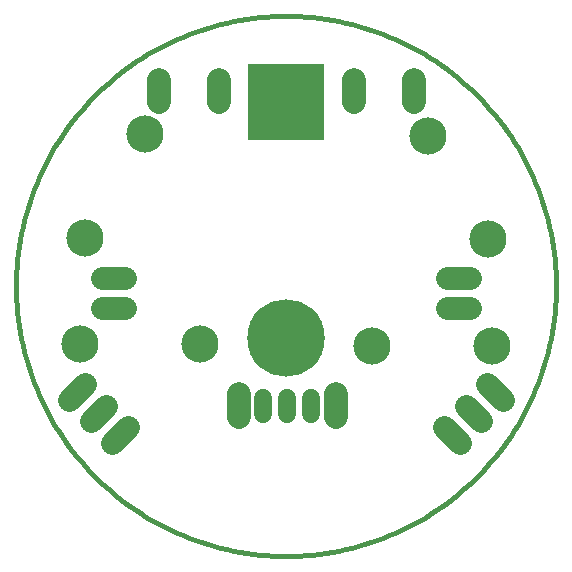
<source format=gts>
G75*
%MOIN*%
%OFA0B0*%
%FSLAX25Y25*%
%IPPOS*%
%LPD*%
%AMOC8*
5,1,8,0,0,1.08239X$1,22.5*
%
%ADD10C,0.01600*%
%ADD11C,0.07800*%
%ADD12C,0.12400*%
%ADD13C,0.08000*%
%ADD14C,0.00500*%
%ADD15R,0.25800X0.25800*%
%ADD16C,0.25800*%
%ADD17C,0.08077*%
%ADD18C,0.05943*%
D10*
X0004308Y0094334D02*
X0004335Y0096543D01*
X0004416Y0098750D01*
X0004552Y0100955D01*
X0004741Y0103156D01*
X0004985Y0105351D01*
X0005282Y0107540D01*
X0005633Y0109721D01*
X0006037Y0111892D01*
X0006495Y0114053D01*
X0007005Y0116202D01*
X0007568Y0118338D01*
X0008183Y0120460D01*
X0008850Y0122565D01*
X0009569Y0124654D01*
X0010339Y0126725D01*
X0011159Y0128776D01*
X0012029Y0130806D01*
X0012949Y0132814D01*
X0013918Y0134799D01*
X0014935Y0136760D01*
X0016000Y0138695D01*
X0017112Y0140603D01*
X0018271Y0142484D01*
X0019476Y0144335D01*
X0020725Y0146157D01*
X0022019Y0147947D01*
X0023357Y0149705D01*
X0024737Y0151429D01*
X0026159Y0153120D01*
X0027622Y0154774D01*
X0029126Y0156393D01*
X0030668Y0157974D01*
X0032249Y0159516D01*
X0033868Y0161020D01*
X0035522Y0162483D01*
X0037213Y0163905D01*
X0038937Y0165285D01*
X0040695Y0166623D01*
X0042485Y0167917D01*
X0044307Y0169166D01*
X0046158Y0170371D01*
X0048039Y0171530D01*
X0049947Y0172642D01*
X0051882Y0173707D01*
X0053843Y0174724D01*
X0055828Y0175693D01*
X0057836Y0176613D01*
X0059866Y0177483D01*
X0061917Y0178303D01*
X0063988Y0179073D01*
X0066077Y0179792D01*
X0068182Y0180459D01*
X0070304Y0181074D01*
X0072440Y0181637D01*
X0074589Y0182147D01*
X0076750Y0182605D01*
X0078921Y0183009D01*
X0081102Y0183360D01*
X0083291Y0183657D01*
X0085486Y0183901D01*
X0087687Y0184090D01*
X0089892Y0184226D01*
X0092099Y0184307D01*
X0094308Y0184334D01*
X0096517Y0184307D01*
X0098724Y0184226D01*
X0100929Y0184090D01*
X0103130Y0183901D01*
X0105325Y0183657D01*
X0107514Y0183360D01*
X0109695Y0183009D01*
X0111866Y0182605D01*
X0114027Y0182147D01*
X0116176Y0181637D01*
X0118312Y0181074D01*
X0120434Y0180459D01*
X0122539Y0179792D01*
X0124628Y0179073D01*
X0126699Y0178303D01*
X0128750Y0177483D01*
X0130780Y0176613D01*
X0132788Y0175693D01*
X0134773Y0174724D01*
X0136734Y0173707D01*
X0138669Y0172642D01*
X0140577Y0171530D01*
X0142458Y0170371D01*
X0144309Y0169166D01*
X0146131Y0167917D01*
X0147921Y0166623D01*
X0149679Y0165285D01*
X0151403Y0163905D01*
X0153094Y0162483D01*
X0154748Y0161020D01*
X0156367Y0159516D01*
X0157948Y0157974D01*
X0159490Y0156393D01*
X0160994Y0154774D01*
X0162457Y0153120D01*
X0163879Y0151429D01*
X0165259Y0149705D01*
X0166597Y0147947D01*
X0167891Y0146157D01*
X0169140Y0144335D01*
X0170345Y0142484D01*
X0171504Y0140603D01*
X0172616Y0138695D01*
X0173681Y0136760D01*
X0174698Y0134799D01*
X0175667Y0132814D01*
X0176587Y0130806D01*
X0177457Y0128776D01*
X0178277Y0126725D01*
X0179047Y0124654D01*
X0179766Y0122565D01*
X0180433Y0120460D01*
X0181048Y0118338D01*
X0181611Y0116202D01*
X0182121Y0114053D01*
X0182579Y0111892D01*
X0182983Y0109721D01*
X0183334Y0107540D01*
X0183631Y0105351D01*
X0183875Y0103156D01*
X0184064Y0100955D01*
X0184200Y0098750D01*
X0184281Y0096543D01*
X0184308Y0094334D01*
X0184281Y0092125D01*
X0184200Y0089918D01*
X0184064Y0087713D01*
X0183875Y0085512D01*
X0183631Y0083317D01*
X0183334Y0081128D01*
X0182983Y0078947D01*
X0182579Y0076776D01*
X0182121Y0074615D01*
X0181611Y0072466D01*
X0181048Y0070330D01*
X0180433Y0068208D01*
X0179766Y0066103D01*
X0179047Y0064014D01*
X0178277Y0061943D01*
X0177457Y0059892D01*
X0176587Y0057862D01*
X0175667Y0055854D01*
X0174698Y0053869D01*
X0173681Y0051908D01*
X0172616Y0049973D01*
X0171504Y0048065D01*
X0170345Y0046184D01*
X0169140Y0044333D01*
X0167891Y0042511D01*
X0166597Y0040721D01*
X0165259Y0038963D01*
X0163879Y0037239D01*
X0162457Y0035548D01*
X0160994Y0033894D01*
X0159490Y0032275D01*
X0157948Y0030694D01*
X0156367Y0029152D01*
X0154748Y0027648D01*
X0153094Y0026185D01*
X0151403Y0024763D01*
X0149679Y0023383D01*
X0147921Y0022045D01*
X0146131Y0020751D01*
X0144309Y0019502D01*
X0142458Y0018297D01*
X0140577Y0017138D01*
X0138669Y0016026D01*
X0136734Y0014961D01*
X0134773Y0013944D01*
X0132788Y0012975D01*
X0130780Y0012055D01*
X0128750Y0011185D01*
X0126699Y0010365D01*
X0124628Y0009595D01*
X0122539Y0008876D01*
X0120434Y0008209D01*
X0118312Y0007594D01*
X0116176Y0007031D01*
X0114027Y0006521D01*
X0111866Y0006063D01*
X0109695Y0005659D01*
X0107514Y0005308D01*
X0105325Y0005011D01*
X0103130Y0004767D01*
X0100929Y0004578D01*
X0098724Y0004442D01*
X0096517Y0004361D01*
X0094308Y0004334D01*
X0092099Y0004361D01*
X0089892Y0004442D01*
X0087687Y0004578D01*
X0085486Y0004767D01*
X0083291Y0005011D01*
X0081102Y0005308D01*
X0078921Y0005659D01*
X0076750Y0006063D01*
X0074589Y0006521D01*
X0072440Y0007031D01*
X0070304Y0007594D01*
X0068182Y0008209D01*
X0066077Y0008876D01*
X0063988Y0009595D01*
X0061917Y0010365D01*
X0059866Y0011185D01*
X0057836Y0012055D01*
X0055828Y0012975D01*
X0053843Y0013944D01*
X0051882Y0014961D01*
X0049947Y0016026D01*
X0048039Y0017138D01*
X0046158Y0018297D01*
X0044307Y0019502D01*
X0042485Y0020751D01*
X0040695Y0022045D01*
X0038937Y0023383D01*
X0037213Y0024763D01*
X0035522Y0026185D01*
X0033868Y0027648D01*
X0032249Y0029152D01*
X0030668Y0030694D01*
X0029126Y0032275D01*
X0027622Y0033894D01*
X0026159Y0035548D01*
X0024737Y0037239D01*
X0023357Y0038963D01*
X0022019Y0040721D01*
X0020725Y0042511D01*
X0019476Y0044333D01*
X0018271Y0046184D01*
X0017112Y0048065D01*
X0016000Y0049973D01*
X0014935Y0051908D01*
X0013918Y0053869D01*
X0012949Y0055854D01*
X0012029Y0057862D01*
X0011159Y0059892D01*
X0010339Y0061943D01*
X0009569Y0064014D01*
X0008850Y0066103D01*
X0008183Y0068208D01*
X0007568Y0070330D01*
X0007005Y0072466D01*
X0006495Y0074615D01*
X0006037Y0076776D01*
X0005633Y0078947D01*
X0005282Y0081128D01*
X0004985Y0083317D01*
X0004741Y0085512D01*
X0004552Y0087713D01*
X0004416Y0089918D01*
X0004335Y0092125D01*
X0004308Y0094334D01*
D11*
X0041496Y0047379D02*
X0036263Y0042146D01*
X0029192Y0049217D02*
X0034425Y0054450D01*
X0027354Y0061521D02*
X0022121Y0056289D01*
X0033108Y0086834D02*
X0040508Y0086834D01*
X0040508Y0096834D02*
X0033108Y0096834D01*
X0148108Y0096834D02*
X0155508Y0096834D01*
X0155508Y0086834D02*
X0148108Y0086834D01*
X0161263Y0061521D02*
X0166496Y0056289D01*
X0159425Y0049217D02*
X0154192Y0054450D01*
X0147121Y0047379D02*
X0152354Y0042146D01*
D12*
X0163089Y0074441D03*
X0161518Y0109841D03*
X0141518Y0144482D03*
X0123089Y0074441D03*
X0065770Y0074958D03*
X0027237Y0110256D03*
X0047237Y0144897D03*
X0025770Y0074958D03*
D13*
X0051808Y0155534D02*
X0051808Y0163134D01*
X0071808Y0163134D02*
X0071808Y0155534D01*
X0116808Y0155534D02*
X0116808Y0163134D01*
X0136808Y0163134D02*
X0136808Y0155534D01*
D14*
X0151349Y0098532D02*
X0151728Y0098584D01*
X0152129Y0098549D01*
X0152512Y0098425D01*
X0152857Y0098220D01*
X0153149Y0097943D01*
X0153371Y0097608D01*
X0153513Y0097232D01*
X0153568Y0096834D01*
X0153517Y0096441D01*
X0153380Y0096069D01*
X0153163Y0095737D01*
X0152878Y0095461D01*
X0152539Y0095256D01*
X0152163Y0095132D01*
X0151769Y0095094D01*
X0151385Y0095141D01*
X0151022Y0095271D01*
X0150696Y0095479D01*
X0150425Y0095755D01*
X0150223Y0096084D01*
X0150098Y0096450D01*
X0150058Y0096834D01*
X0150092Y0097215D01*
X0150210Y0097580D01*
X0150406Y0097909D01*
X0150671Y0098186D01*
X0150990Y0098397D01*
X0151349Y0098532D01*
X0151662Y0098575D02*
X0151832Y0098575D01*
X0153009Y0098076D02*
X0150566Y0098076D01*
X0150210Y0097578D02*
X0153382Y0097578D01*
X0153534Y0097079D02*
X0150080Y0097079D01*
X0150085Y0096581D02*
X0153535Y0096581D01*
X0153385Y0096082D02*
X0150224Y0096082D01*
X0150594Y0095584D02*
X0153005Y0095584D01*
X0152129Y0088549D02*
X0152512Y0088425D01*
X0152857Y0088220D01*
X0153149Y0087943D01*
X0153371Y0087608D01*
X0153513Y0087232D01*
X0153568Y0086834D01*
X0153517Y0086441D01*
X0153380Y0086069D01*
X0153163Y0085737D01*
X0152878Y0085461D01*
X0152539Y0085256D01*
X0152163Y0085132D01*
X0151769Y0085094D01*
X0151385Y0085141D01*
X0151022Y0085271D01*
X0150696Y0085479D01*
X0150425Y0085755D01*
X0150223Y0086084D01*
X0150098Y0086450D01*
X0150058Y0086834D01*
X0150092Y0087215D01*
X0150210Y0087580D01*
X0150406Y0087909D01*
X0150671Y0088186D01*
X0150990Y0088397D01*
X0151349Y0088532D01*
X0151728Y0088584D01*
X0152129Y0088549D01*
X0152977Y0088106D02*
X0150595Y0088106D01*
X0150227Y0087607D02*
X0153371Y0087607D01*
X0153530Y0087109D02*
X0150083Y0087109D01*
X0150082Y0086610D02*
X0153539Y0086610D01*
X0153396Y0086112D02*
X0150213Y0086112D01*
X0150565Y0085613D02*
X0153036Y0085613D01*
X0151988Y0085115D02*
X0151596Y0085115D01*
X0038568Y0086834D02*
X0038517Y0086441D01*
X0038380Y0086069D01*
X0038163Y0085737D01*
X0037878Y0085461D01*
X0037539Y0085256D01*
X0037163Y0085132D01*
X0036769Y0085094D01*
X0036385Y0085141D01*
X0036022Y0085271D01*
X0035696Y0085479D01*
X0035425Y0085755D01*
X0035223Y0086084D01*
X0035098Y0086450D01*
X0035058Y0086834D01*
X0035092Y0087215D01*
X0035210Y0087580D01*
X0035406Y0087909D01*
X0035671Y0088186D01*
X0035990Y0088397D01*
X0036349Y0088532D01*
X0036728Y0088584D01*
X0037129Y0088549D01*
X0037512Y0088425D01*
X0037857Y0088220D01*
X0038149Y0087943D01*
X0038371Y0087608D01*
X0038513Y0087232D01*
X0038568Y0086834D01*
X0038539Y0086610D02*
X0035082Y0086610D01*
X0035083Y0087109D02*
X0038530Y0087109D01*
X0038371Y0087607D02*
X0035227Y0087607D01*
X0035595Y0088106D02*
X0037977Y0088106D01*
X0038396Y0086112D02*
X0035213Y0086112D01*
X0035565Y0085613D02*
X0038036Y0085613D01*
X0036988Y0085115D02*
X0036596Y0085115D01*
X0036769Y0095094D02*
X0036385Y0095141D01*
X0036022Y0095271D01*
X0035696Y0095479D01*
X0035425Y0095755D01*
X0035223Y0096084D01*
X0035098Y0096450D01*
X0035058Y0096834D01*
X0035092Y0097215D01*
X0035210Y0097580D01*
X0035406Y0097909D01*
X0035671Y0098186D01*
X0035990Y0098397D01*
X0036349Y0098532D01*
X0036728Y0098584D01*
X0037129Y0098549D01*
X0037512Y0098425D01*
X0037857Y0098220D01*
X0038149Y0097943D01*
X0038371Y0097608D01*
X0038513Y0097232D01*
X0038568Y0096834D01*
X0038517Y0096441D01*
X0038380Y0096069D01*
X0038163Y0095737D01*
X0037878Y0095461D01*
X0037539Y0095256D01*
X0037163Y0095132D01*
X0036769Y0095094D01*
X0035594Y0095584D02*
X0038005Y0095584D01*
X0038385Y0096082D02*
X0035224Y0096082D01*
X0035085Y0096581D02*
X0038535Y0096581D01*
X0038534Y0097079D02*
X0035080Y0097079D01*
X0035210Y0097578D02*
X0038382Y0097578D01*
X0038009Y0098076D02*
X0035566Y0098076D01*
X0036662Y0098575D02*
X0036832Y0098575D01*
D15*
X0094308Y0155574D03*
D16*
X0094308Y0076834D03*
D17*
X0078525Y0058172D02*
X0078525Y0050495D01*
X0110808Y0050495D02*
X0110808Y0058172D01*
D18*
X0102541Y0057105D02*
X0102541Y0051562D01*
X0094667Y0051562D02*
X0094667Y0057105D01*
X0086793Y0057105D02*
X0086793Y0051562D01*
M02*

</source>
